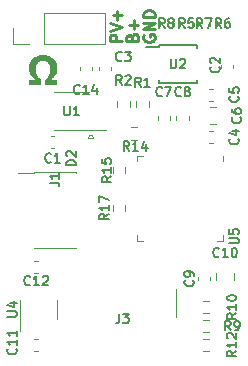
<source format=gbr>
%TF.GenerationSoftware,KiCad,Pcbnew,(5.99.0-8564-gb2cd1fddf9)*%
%TF.CreationDate,2021-01-25T15:54:05+03:00*%
%TF.ProjectId,Eloise_nA_meter_v2,456c6f69-7365-45f6-9e41-5f6d65746572,rev?*%
%TF.SameCoordinates,Original*%
%TF.FileFunction,Legend,Top*%
%TF.FilePolarity,Positive*%
%FSLAX46Y46*%
G04 Gerber Fmt 4.6, Leading zero omitted, Abs format (unit mm)*
G04 Created by KiCad (PCBNEW (5.99.0-8564-gb2cd1fddf9)) date 2021-01-25 15:54:05*
%MOMM*%
%LPD*%
G01*
G04 APERTURE LIST*
%ADD10C,0.250000*%
%ADD11C,0.150000*%
%ADD12C,0.120000*%
%ADD13C,0.050000*%
G04 APERTURE END LIST*
D10*
X148328571Y-87547619D02*
X148376190Y-87404761D01*
X148423809Y-87357142D01*
X148519047Y-87309523D01*
X148661904Y-87309523D01*
X148757142Y-87357142D01*
X148804761Y-87404761D01*
X148852380Y-87500000D01*
X148852380Y-87880952D01*
X147852380Y-87880952D01*
X147852380Y-87547619D01*
X147900000Y-87452380D01*
X147947619Y-87404761D01*
X148042857Y-87357142D01*
X148138095Y-87357142D01*
X148233333Y-87404761D01*
X148280952Y-87452380D01*
X148328571Y-87547619D01*
X148328571Y-87880952D01*
X148471428Y-86880952D02*
X148471428Y-86119047D01*
X148852380Y-86500000D02*
X148090476Y-86500000D01*
X147452380Y-87909523D02*
X146452380Y-87909523D01*
X146452380Y-87528571D01*
X146500000Y-87433333D01*
X146547619Y-87385714D01*
X146642857Y-87338095D01*
X146785714Y-87338095D01*
X146880952Y-87385714D01*
X146928571Y-87433333D01*
X146976190Y-87528571D01*
X146976190Y-87909523D01*
X146452380Y-87052380D02*
X147452380Y-86719047D01*
X146452380Y-86385714D01*
X147071428Y-86052380D02*
X147071428Y-85290476D01*
X147452380Y-85671428D02*
X146690476Y-85671428D01*
X149300000Y-87361904D02*
X149252380Y-87457142D01*
X149252380Y-87600000D01*
X149300000Y-87742857D01*
X149395238Y-87838095D01*
X149490476Y-87885714D01*
X149680952Y-87933333D01*
X149823809Y-87933333D01*
X150014285Y-87885714D01*
X150109523Y-87838095D01*
X150204761Y-87742857D01*
X150252380Y-87600000D01*
X150252380Y-87504761D01*
X150204761Y-87361904D01*
X150157142Y-87314285D01*
X149823809Y-87314285D01*
X149823809Y-87504761D01*
X150252380Y-86885714D02*
X149252380Y-86885714D01*
X150252380Y-86314285D01*
X149252380Y-86314285D01*
X150252380Y-85838095D02*
X149252380Y-85838095D01*
X149252380Y-85600000D01*
X149300000Y-85457142D01*
X149395238Y-85361904D01*
X149490476Y-85314285D01*
X149680952Y-85266666D01*
X149823809Y-85266666D01*
X150014285Y-85314285D01*
X150109523Y-85361904D01*
X150204761Y-85457142D01*
X150252380Y-85600000D01*
X150252380Y-85838095D01*
D11*
%TO.C,C12*%
X139685714Y-108485714D02*
X139647619Y-108523809D01*
X139533333Y-108561904D01*
X139457142Y-108561904D01*
X139342857Y-108523809D01*
X139266666Y-108447619D01*
X139228571Y-108371428D01*
X139190476Y-108219047D01*
X139190476Y-108104761D01*
X139228571Y-107952380D01*
X139266666Y-107876190D01*
X139342857Y-107800000D01*
X139457142Y-107761904D01*
X139533333Y-107761904D01*
X139647619Y-107800000D01*
X139685714Y-107838095D01*
X140447619Y-108561904D02*
X139990476Y-108561904D01*
X140219047Y-108561904D02*
X140219047Y-107761904D01*
X140142857Y-107876190D01*
X140066666Y-107952380D01*
X139990476Y-107990476D01*
X140752380Y-107838095D02*
X140790476Y-107800000D01*
X140866666Y-107761904D01*
X141057142Y-107761904D01*
X141133333Y-107800000D01*
X141171428Y-107838095D01*
X141209523Y-107914285D01*
X141209523Y-107990476D01*
X141171428Y-108104761D01*
X140714285Y-108561904D01*
X141209523Y-108561904D01*
%TO.C,C3*%
X147466666Y-89485714D02*
X147428571Y-89523809D01*
X147314285Y-89561904D01*
X147238095Y-89561904D01*
X147123809Y-89523809D01*
X147047619Y-89447619D01*
X147009523Y-89371428D01*
X146971428Y-89219047D01*
X146971428Y-89104761D01*
X147009523Y-88952380D01*
X147047619Y-88876190D01*
X147123809Y-88800000D01*
X147238095Y-88761904D01*
X147314285Y-88761904D01*
X147428571Y-88800000D01*
X147466666Y-88838095D01*
X147733333Y-88761904D02*
X148228571Y-88761904D01*
X147961904Y-89066666D01*
X148076190Y-89066666D01*
X148152380Y-89104761D01*
X148190476Y-89142857D01*
X148228571Y-89219047D01*
X148228571Y-89409523D01*
X148190476Y-89485714D01*
X148152380Y-89523809D01*
X148076190Y-89561904D01*
X147847619Y-89561904D01*
X147771428Y-89523809D01*
X147733333Y-89485714D01*
%TO.C,C11*%
X138485714Y-113914285D02*
X138523809Y-113952380D01*
X138561904Y-114066666D01*
X138561904Y-114142857D01*
X138523809Y-114257142D01*
X138447619Y-114333333D01*
X138371428Y-114371428D01*
X138219047Y-114409523D01*
X138104761Y-114409523D01*
X137952380Y-114371428D01*
X137876190Y-114333333D01*
X137800000Y-114257142D01*
X137761904Y-114142857D01*
X137761904Y-114066666D01*
X137800000Y-113952380D01*
X137838095Y-113914285D01*
X138561904Y-113152380D02*
X138561904Y-113609523D01*
X138561904Y-113380952D02*
X137761904Y-113380952D01*
X137876190Y-113457142D01*
X137952380Y-113533333D01*
X137990476Y-113609523D01*
X138561904Y-112390476D02*
X138561904Y-112847619D01*
X138561904Y-112619047D02*
X137761904Y-112619047D01*
X137876190Y-112695238D01*
X137952380Y-112771428D01*
X137990476Y-112847619D01*
%TO.C,C14*%
X143885714Y-92285714D02*
X143847619Y-92323809D01*
X143733333Y-92361904D01*
X143657142Y-92361904D01*
X143542857Y-92323809D01*
X143466666Y-92247619D01*
X143428571Y-92171428D01*
X143390476Y-92019047D01*
X143390476Y-91904761D01*
X143428571Y-91752380D01*
X143466666Y-91676190D01*
X143542857Y-91600000D01*
X143657142Y-91561904D01*
X143733333Y-91561904D01*
X143847619Y-91600000D01*
X143885714Y-91638095D01*
X144647619Y-92361904D02*
X144190476Y-92361904D01*
X144419047Y-92361904D02*
X144419047Y-91561904D01*
X144342857Y-91676190D01*
X144266666Y-91752380D01*
X144190476Y-91790476D01*
X145333333Y-91828571D02*
X145333333Y-92361904D01*
X145142857Y-91523809D02*
X144952380Y-92095238D01*
X145447619Y-92095238D01*
%TO.C,C4*%
X157285714Y-96133333D02*
X157323809Y-96171428D01*
X157361904Y-96285714D01*
X157361904Y-96361904D01*
X157323809Y-96476190D01*
X157247619Y-96552380D01*
X157171428Y-96590476D01*
X157019047Y-96628571D01*
X156904761Y-96628571D01*
X156752380Y-96590476D01*
X156676190Y-96552380D01*
X156600000Y-96476190D01*
X156561904Y-96361904D01*
X156561904Y-96285714D01*
X156600000Y-96171428D01*
X156638095Y-96133333D01*
X156828571Y-95447619D02*
X157361904Y-95447619D01*
X156523809Y-95638095D02*
X157095238Y-95828571D01*
X157095238Y-95333333D01*
%TO.C,C8*%
X152466666Y-92485714D02*
X152428571Y-92523809D01*
X152314285Y-92561904D01*
X152238095Y-92561904D01*
X152123809Y-92523809D01*
X152047619Y-92447619D01*
X152009523Y-92371428D01*
X151971428Y-92219047D01*
X151971428Y-92104761D01*
X152009523Y-91952380D01*
X152047619Y-91876190D01*
X152123809Y-91800000D01*
X152238095Y-91761904D01*
X152314285Y-91761904D01*
X152428571Y-91800000D01*
X152466666Y-91838095D01*
X152923809Y-92104761D02*
X152847619Y-92066666D01*
X152809523Y-92028571D01*
X152771428Y-91952380D01*
X152771428Y-91914285D01*
X152809523Y-91838095D01*
X152847619Y-91800000D01*
X152923809Y-91761904D01*
X153076190Y-91761904D01*
X153152380Y-91800000D01*
X153190476Y-91838095D01*
X153228571Y-91914285D01*
X153228571Y-91952380D01*
X153190476Y-92028571D01*
X153152380Y-92066666D01*
X153076190Y-92104761D01*
X152923809Y-92104761D01*
X152847619Y-92142857D01*
X152809523Y-92180952D01*
X152771428Y-92257142D01*
X152771428Y-92409523D01*
X152809523Y-92485714D01*
X152847619Y-92523809D01*
X152923809Y-92561904D01*
X153076190Y-92561904D01*
X153152380Y-92523809D01*
X153190476Y-92485714D01*
X153228571Y-92409523D01*
X153228571Y-92257142D01*
X153190476Y-92180952D01*
X153152380Y-92142857D01*
X153076190Y-92104761D01*
%TO.C,R15*%
X146561904Y-99314285D02*
X146180952Y-99580952D01*
X146561904Y-99771428D02*
X145761904Y-99771428D01*
X145761904Y-99466666D01*
X145800000Y-99390476D01*
X145838095Y-99352380D01*
X145914285Y-99314285D01*
X146028571Y-99314285D01*
X146104761Y-99352380D01*
X146142857Y-99390476D01*
X146180952Y-99466666D01*
X146180952Y-99771428D01*
X146561904Y-98552380D02*
X146561904Y-99009523D01*
X146561904Y-98780952D02*
X145761904Y-98780952D01*
X145876190Y-98857142D01*
X145952380Y-98933333D01*
X145990476Y-99009523D01*
X145761904Y-97828571D02*
X145761904Y-98209523D01*
X146142857Y-98247619D01*
X146104761Y-98209523D01*
X146066666Y-98133333D01*
X146066666Y-97942857D01*
X146104761Y-97866666D01*
X146142857Y-97828571D01*
X146219047Y-97790476D01*
X146409523Y-97790476D01*
X146485714Y-97828571D01*
X146523809Y-97866666D01*
X146561904Y-97942857D01*
X146561904Y-98133333D01*
X146523809Y-98209523D01*
X146485714Y-98247619D01*
%TO.C,C2*%
X155685714Y-90033333D02*
X155723809Y-90071428D01*
X155761904Y-90185714D01*
X155761904Y-90261904D01*
X155723809Y-90376190D01*
X155647619Y-90452380D01*
X155571428Y-90490476D01*
X155419047Y-90528571D01*
X155304761Y-90528571D01*
X155152380Y-90490476D01*
X155076190Y-90452380D01*
X155000000Y-90376190D01*
X154961904Y-90261904D01*
X154961904Y-90185714D01*
X155000000Y-90071428D01*
X155038095Y-90033333D01*
X155038095Y-89728571D02*
X155000000Y-89690476D01*
X154961904Y-89614285D01*
X154961904Y-89423809D01*
X155000000Y-89347619D01*
X155038095Y-89309523D01*
X155114285Y-89271428D01*
X155190476Y-89271428D01*
X155304761Y-89309523D01*
X155761904Y-89766666D01*
X155761904Y-89271428D01*
%TO.C,R5*%
X152777081Y-86761904D02*
X152510415Y-86380952D01*
X152319938Y-86761904D02*
X152319938Y-85961904D01*
X152624700Y-85961904D01*
X152700891Y-86000000D01*
X152738986Y-86038095D01*
X152777081Y-86114285D01*
X152777081Y-86228571D01*
X152738986Y-86304761D01*
X152700891Y-86342857D01*
X152624700Y-86380952D01*
X152319938Y-86380952D01*
X153500891Y-85961904D02*
X153119938Y-85961904D01*
X153081843Y-86342857D01*
X153119938Y-86304761D01*
X153196129Y-86266666D01*
X153386605Y-86266666D01*
X153462795Y-86304761D01*
X153500891Y-86342857D01*
X153538986Y-86419047D01*
X153538986Y-86609523D01*
X153500891Y-86685714D01*
X153462795Y-86723809D01*
X153386605Y-86761904D01*
X153196129Y-86761904D01*
X153119938Y-86723809D01*
X153081843Y-86685714D01*
%TO.C,R10*%
X157161904Y-110914285D02*
X156780952Y-111180952D01*
X157161904Y-111371428D02*
X156361904Y-111371428D01*
X156361904Y-111066666D01*
X156400000Y-110990476D01*
X156438095Y-110952380D01*
X156514285Y-110914285D01*
X156628571Y-110914285D01*
X156704761Y-110952380D01*
X156742857Y-110990476D01*
X156780952Y-111066666D01*
X156780952Y-111371428D01*
X157161904Y-110152380D02*
X157161904Y-110609523D01*
X157161904Y-110380952D02*
X156361904Y-110380952D01*
X156476190Y-110457142D01*
X156552380Y-110533333D01*
X156590476Y-110609523D01*
X156361904Y-109657142D02*
X156361904Y-109580952D01*
X156400000Y-109504761D01*
X156438095Y-109466666D01*
X156514285Y-109428571D01*
X156666666Y-109390476D01*
X156857142Y-109390476D01*
X157009523Y-109428571D01*
X157085714Y-109466666D01*
X157123809Y-109504761D01*
X157161904Y-109580952D01*
X157161904Y-109657142D01*
X157123809Y-109733333D01*
X157085714Y-109771428D01*
X157009523Y-109809523D01*
X156857142Y-109847619D01*
X156666666Y-109847619D01*
X156514285Y-109809523D01*
X156438095Y-109771428D01*
X156400000Y-109733333D01*
X156361904Y-109657142D01*
%TO.C,U4*%
X137761904Y-111209523D02*
X138409523Y-111209523D01*
X138485714Y-111171428D01*
X138523809Y-111133333D01*
X138561904Y-111057142D01*
X138561904Y-110904761D01*
X138523809Y-110828571D01*
X138485714Y-110790476D01*
X138409523Y-110752380D01*
X137761904Y-110752380D01*
X138028571Y-110028571D02*
X138561904Y-110028571D01*
X137723809Y-110219047D02*
X138295238Y-110409523D01*
X138295238Y-109914285D01*
%TO.C,R9*%
X156666666Y-112361904D02*
X156400000Y-111980952D01*
X156209523Y-112361904D02*
X156209523Y-111561904D01*
X156514285Y-111561904D01*
X156590476Y-111600000D01*
X156628571Y-111638095D01*
X156666666Y-111714285D01*
X156666666Y-111828571D01*
X156628571Y-111904761D01*
X156590476Y-111942857D01*
X156514285Y-111980952D01*
X156209523Y-111980952D01*
X157047619Y-112361904D02*
X157200000Y-112361904D01*
X157276190Y-112323809D01*
X157314285Y-112285714D01*
X157390476Y-112171428D01*
X157428571Y-112019047D01*
X157428571Y-111714285D01*
X157390476Y-111638095D01*
X157352380Y-111600000D01*
X157276190Y-111561904D01*
X157123809Y-111561904D01*
X157047619Y-111600000D01*
X157009523Y-111638095D01*
X156971428Y-111714285D01*
X156971428Y-111904761D01*
X157009523Y-111980952D01*
X157047619Y-112019047D01*
X157123809Y-112057142D01*
X157276190Y-112057142D01*
X157352380Y-112019047D01*
X157390476Y-111980952D01*
X157428571Y-111904761D01*
%TO.C,R12*%
X157161904Y-114114285D02*
X156780952Y-114380952D01*
X157161904Y-114571428D02*
X156361904Y-114571428D01*
X156361904Y-114266666D01*
X156400000Y-114190476D01*
X156438095Y-114152380D01*
X156514285Y-114114285D01*
X156628571Y-114114285D01*
X156704761Y-114152380D01*
X156742857Y-114190476D01*
X156780952Y-114266666D01*
X156780952Y-114571428D01*
X157161904Y-113352380D02*
X157161904Y-113809523D01*
X157161904Y-113580952D02*
X156361904Y-113580952D01*
X156476190Y-113657142D01*
X156552380Y-113733333D01*
X156590476Y-113809523D01*
X156438095Y-113047619D02*
X156400000Y-113009523D01*
X156361904Y-112933333D01*
X156361904Y-112742857D01*
X156400000Y-112666666D01*
X156438095Y-112628571D01*
X156514285Y-112590476D01*
X156590476Y-112590476D01*
X156704761Y-112628571D01*
X157161904Y-113085714D01*
X157161904Y-112590476D01*
%TO.C,J3*%
X147233333Y-110961904D02*
X147233333Y-111533333D01*
X147195238Y-111647619D01*
X147119047Y-111723809D01*
X147004761Y-111761904D01*
X146928571Y-111761904D01*
X147538095Y-110961904D02*
X148033333Y-110961904D01*
X147766666Y-111266666D01*
X147880952Y-111266666D01*
X147957142Y-111304761D01*
X147995238Y-111342857D01*
X148033333Y-111419047D01*
X148033333Y-111609523D01*
X147995238Y-111685714D01*
X147957142Y-111723809D01*
X147880952Y-111761904D01*
X147652380Y-111761904D01*
X147576190Y-111723809D01*
X147538095Y-111685714D01*
%TO.C,R2*%
X147466666Y-91561904D02*
X147200000Y-91180952D01*
X147009523Y-91561904D02*
X147009523Y-90761904D01*
X147314285Y-90761904D01*
X147390476Y-90800000D01*
X147428571Y-90838095D01*
X147466666Y-90914285D01*
X147466666Y-91028571D01*
X147428571Y-91104761D01*
X147390476Y-91142857D01*
X147314285Y-91180952D01*
X147009523Y-91180952D01*
X147771428Y-90838095D02*
X147809523Y-90800000D01*
X147885714Y-90761904D01*
X148076190Y-90761904D01*
X148152380Y-90800000D01*
X148190476Y-90838095D01*
X148228571Y-90914285D01*
X148228571Y-90990476D01*
X148190476Y-91104761D01*
X147733333Y-91561904D01*
X148228571Y-91561904D01*
%TO.C,R7*%
X154277081Y-86761904D02*
X154010415Y-86380952D01*
X153819938Y-86761904D02*
X153819938Y-85961904D01*
X154124700Y-85961904D01*
X154200891Y-86000000D01*
X154238986Y-86038095D01*
X154277081Y-86114285D01*
X154277081Y-86228571D01*
X154238986Y-86304761D01*
X154200891Y-86342857D01*
X154124700Y-86380952D01*
X153819938Y-86380952D01*
X154543748Y-85961904D02*
X155077081Y-85961904D01*
X154734224Y-86761904D01*
%TO.C,U1*%
X142590476Y-93361904D02*
X142590476Y-94009523D01*
X142628571Y-94085714D01*
X142666666Y-94123809D01*
X142742857Y-94161904D01*
X142895238Y-94161904D01*
X142971428Y-94123809D01*
X143009523Y-94085714D01*
X143047619Y-94009523D01*
X143047619Y-93361904D01*
X143847619Y-94161904D02*
X143390476Y-94161904D01*
X143619047Y-94161904D02*
X143619047Y-93361904D01*
X143542857Y-93476190D01*
X143466666Y-93552380D01*
X143390476Y-93590476D01*
%TO.C,R8*%
X151077081Y-86761904D02*
X150810415Y-86380952D01*
X150619938Y-86761904D02*
X150619938Y-85961904D01*
X150924700Y-85961904D01*
X151000891Y-86000000D01*
X151038986Y-86038095D01*
X151077081Y-86114285D01*
X151077081Y-86228571D01*
X151038986Y-86304761D01*
X151000891Y-86342857D01*
X150924700Y-86380952D01*
X150619938Y-86380952D01*
X151534224Y-86304761D02*
X151458034Y-86266666D01*
X151419938Y-86228571D01*
X151381843Y-86152380D01*
X151381843Y-86114285D01*
X151419938Y-86038095D01*
X151458034Y-86000000D01*
X151534224Y-85961904D01*
X151686605Y-85961904D01*
X151762795Y-86000000D01*
X151800891Y-86038095D01*
X151838986Y-86114285D01*
X151838986Y-86152380D01*
X151800891Y-86228571D01*
X151762795Y-86266666D01*
X151686605Y-86304761D01*
X151534224Y-86304761D01*
X151458034Y-86342857D01*
X151419938Y-86380952D01*
X151381843Y-86457142D01*
X151381843Y-86609523D01*
X151419938Y-86685714D01*
X151458034Y-86723809D01*
X151534224Y-86761904D01*
X151686605Y-86761904D01*
X151762795Y-86723809D01*
X151800891Y-86685714D01*
X151838986Y-86609523D01*
X151838986Y-86457142D01*
X151800891Y-86380952D01*
X151762795Y-86342857D01*
X151686605Y-86304761D01*
%TO.C,U5*%
X156561904Y-105009523D02*
X157209523Y-105009523D01*
X157285714Y-104971428D01*
X157323809Y-104933333D01*
X157361904Y-104857142D01*
X157361904Y-104704761D01*
X157323809Y-104628571D01*
X157285714Y-104590476D01*
X157209523Y-104552380D01*
X156561904Y-104552380D01*
X156561904Y-103790476D02*
X156561904Y-104171428D01*
X156942857Y-104209523D01*
X156904761Y-104171428D01*
X156866666Y-104095238D01*
X156866666Y-103904761D01*
X156904761Y-103828571D01*
X156942857Y-103790476D01*
X157019047Y-103752380D01*
X157209523Y-103752380D01*
X157285714Y-103790476D01*
X157323809Y-103828571D01*
X157361904Y-103904761D01*
X157361904Y-104095238D01*
X157323809Y-104171428D01*
X157285714Y-104209523D01*
%TO.C,C6*%
X157485714Y-94333333D02*
X157523809Y-94371428D01*
X157561904Y-94485714D01*
X157561904Y-94561904D01*
X157523809Y-94676190D01*
X157447619Y-94752380D01*
X157371428Y-94790476D01*
X157219047Y-94828571D01*
X157104761Y-94828571D01*
X156952380Y-94790476D01*
X156876190Y-94752380D01*
X156800000Y-94676190D01*
X156761904Y-94561904D01*
X156761904Y-94485714D01*
X156800000Y-94371428D01*
X156838095Y-94333333D01*
X156761904Y-93647619D02*
X156761904Y-93800000D01*
X156800000Y-93876190D01*
X156838095Y-93914285D01*
X156952380Y-93990476D01*
X157104761Y-94028571D01*
X157409523Y-94028571D01*
X157485714Y-93990476D01*
X157523809Y-93952380D01*
X157561904Y-93876190D01*
X157561904Y-93723809D01*
X157523809Y-93647619D01*
X157485714Y-93609523D01*
X157409523Y-93571428D01*
X157219047Y-93571428D01*
X157142857Y-93609523D01*
X157104761Y-93647619D01*
X157066666Y-93723809D01*
X157066666Y-93876190D01*
X157104761Y-93952380D01*
X157142857Y-93990476D01*
X157219047Y-94028571D01*
%TO.C,R1*%
X149066666Y-91761904D02*
X148800000Y-91380952D01*
X148609523Y-91761904D02*
X148609523Y-90961904D01*
X148914285Y-90961904D01*
X148990476Y-91000000D01*
X149028571Y-91038095D01*
X149066666Y-91114285D01*
X149066666Y-91228571D01*
X149028571Y-91304761D01*
X148990476Y-91342857D01*
X148914285Y-91380952D01*
X148609523Y-91380952D01*
X149828571Y-91761904D02*
X149371428Y-91761904D01*
X149600000Y-91761904D02*
X149600000Y-90961904D01*
X149523809Y-91076190D01*
X149447619Y-91152380D01*
X149371428Y-91190476D01*
%TO.C,R6*%
X155877081Y-86761904D02*
X155610415Y-86380952D01*
X155419938Y-86761904D02*
X155419938Y-85961904D01*
X155724700Y-85961904D01*
X155800891Y-86000000D01*
X155838986Y-86038095D01*
X155877081Y-86114285D01*
X155877081Y-86228571D01*
X155838986Y-86304761D01*
X155800891Y-86342857D01*
X155724700Y-86380952D01*
X155419938Y-86380952D01*
X156562795Y-85961904D02*
X156410415Y-85961904D01*
X156334224Y-86000000D01*
X156296129Y-86038095D01*
X156219938Y-86152380D01*
X156181843Y-86304761D01*
X156181843Y-86609523D01*
X156219938Y-86685714D01*
X156258034Y-86723809D01*
X156334224Y-86761904D01*
X156486605Y-86761904D01*
X156562795Y-86723809D01*
X156600891Y-86685714D01*
X156638986Y-86609523D01*
X156638986Y-86419047D01*
X156600891Y-86342857D01*
X156562795Y-86304761D01*
X156486605Y-86266666D01*
X156334224Y-86266666D01*
X156258034Y-86304761D01*
X156219938Y-86342857D01*
X156181843Y-86419047D01*
%TO.C,U2*%
X151590476Y-89361904D02*
X151590476Y-90009523D01*
X151628571Y-90085714D01*
X151666666Y-90123809D01*
X151742857Y-90161904D01*
X151895238Y-90161904D01*
X151971428Y-90123809D01*
X152009523Y-90085714D01*
X152047619Y-90009523D01*
X152047619Y-89361904D01*
X152390476Y-89438095D02*
X152428571Y-89400000D01*
X152504761Y-89361904D01*
X152695238Y-89361904D01*
X152771428Y-89400000D01*
X152809523Y-89438095D01*
X152847619Y-89514285D01*
X152847619Y-89590476D01*
X152809523Y-89704761D01*
X152352380Y-90161904D01*
X152847619Y-90161904D01*
%TO.C,C9*%
X153485714Y-108133333D02*
X153523809Y-108171428D01*
X153561904Y-108285714D01*
X153561904Y-108361904D01*
X153523809Y-108476190D01*
X153447619Y-108552380D01*
X153371428Y-108590476D01*
X153219047Y-108628571D01*
X153104761Y-108628571D01*
X152952380Y-108590476D01*
X152876190Y-108552380D01*
X152800000Y-108476190D01*
X152761904Y-108361904D01*
X152761904Y-108285714D01*
X152800000Y-108171428D01*
X152838095Y-108133333D01*
X153561904Y-107752380D02*
X153561904Y-107600000D01*
X153523809Y-107523809D01*
X153485714Y-107485714D01*
X153371428Y-107409523D01*
X153219047Y-107371428D01*
X152914285Y-107371428D01*
X152838095Y-107409523D01*
X152800000Y-107447619D01*
X152761904Y-107523809D01*
X152761904Y-107676190D01*
X152800000Y-107752380D01*
X152838095Y-107790476D01*
X152914285Y-107828571D01*
X153104761Y-107828571D01*
X153180952Y-107790476D01*
X153219047Y-107752380D01*
X153257142Y-107676190D01*
X153257142Y-107523809D01*
X153219047Y-107447619D01*
X153180952Y-107409523D01*
X153104761Y-107371428D01*
%TO.C,C7*%
X150866666Y-92485714D02*
X150828571Y-92523809D01*
X150714285Y-92561904D01*
X150638095Y-92561904D01*
X150523809Y-92523809D01*
X150447619Y-92447619D01*
X150409523Y-92371428D01*
X150371428Y-92219047D01*
X150371428Y-92104761D01*
X150409523Y-91952380D01*
X150447619Y-91876190D01*
X150523809Y-91800000D01*
X150638095Y-91761904D01*
X150714285Y-91761904D01*
X150828571Y-91800000D01*
X150866666Y-91838095D01*
X151133333Y-91761904D02*
X151666666Y-91761904D01*
X151323809Y-92561904D01*
%TO.C,R14*%
X148085714Y-97161904D02*
X147819047Y-96780952D01*
X147628571Y-97161904D02*
X147628571Y-96361904D01*
X147933333Y-96361904D01*
X148009523Y-96400000D01*
X148047619Y-96438095D01*
X148085714Y-96514285D01*
X148085714Y-96628571D01*
X148047619Y-96704761D01*
X148009523Y-96742857D01*
X147933333Y-96780952D01*
X147628571Y-96780952D01*
X148847619Y-97161904D02*
X148390476Y-97161904D01*
X148619047Y-97161904D02*
X148619047Y-96361904D01*
X148542857Y-96476190D01*
X148466666Y-96552380D01*
X148390476Y-96590476D01*
X149533333Y-96628571D02*
X149533333Y-97161904D01*
X149342857Y-96323809D02*
X149152380Y-96895238D01*
X149647619Y-96895238D01*
%TO.C,R17*%
X146361904Y-102514285D02*
X145980952Y-102780952D01*
X146361904Y-102971428D02*
X145561904Y-102971428D01*
X145561904Y-102666666D01*
X145600000Y-102590476D01*
X145638095Y-102552380D01*
X145714285Y-102514285D01*
X145828571Y-102514285D01*
X145904761Y-102552380D01*
X145942857Y-102590476D01*
X145980952Y-102666666D01*
X145980952Y-102971428D01*
X146361904Y-101752380D02*
X146361904Y-102209523D01*
X146361904Y-101980952D02*
X145561904Y-101980952D01*
X145676190Y-102057142D01*
X145752380Y-102133333D01*
X145790476Y-102209523D01*
X145561904Y-101485714D02*
X145561904Y-100952380D01*
X146361904Y-101295238D01*
%TO.C,J1*%
X141361904Y-99866666D02*
X141933333Y-99866666D01*
X142047619Y-99904761D01*
X142123809Y-99980952D01*
X142161904Y-100095238D01*
X142161904Y-100171428D01*
X142161904Y-99066666D02*
X142161904Y-99523809D01*
X142161904Y-99295238D02*
X141361904Y-99295238D01*
X141476190Y-99371428D01*
X141552380Y-99447619D01*
X141590476Y-99523809D01*
%TO.C,C1*%
X141466666Y-98085714D02*
X141428571Y-98123809D01*
X141314285Y-98161904D01*
X141238095Y-98161904D01*
X141123809Y-98123809D01*
X141047619Y-98047619D01*
X141009523Y-97971428D01*
X140971428Y-97819047D01*
X140971428Y-97704761D01*
X141009523Y-97552380D01*
X141047619Y-97476190D01*
X141123809Y-97400000D01*
X141238095Y-97361904D01*
X141314285Y-97361904D01*
X141428571Y-97400000D01*
X141466666Y-97438095D01*
X142228571Y-98161904D02*
X141771428Y-98161904D01*
X142000000Y-98161904D02*
X142000000Y-97361904D01*
X141923809Y-97476190D01*
X141847619Y-97552380D01*
X141771428Y-97590476D01*
%TO.C,C5*%
X157285714Y-92533333D02*
X157323809Y-92571428D01*
X157361904Y-92685714D01*
X157361904Y-92761904D01*
X157323809Y-92876190D01*
X157247619Y-92952380D01*
X157171428Y-92990476D01*
X157019047Y-93028571D01*
X156904761Y-93028571D01*
X156752380Y-92990476D01*
X156676190Y-92952380D01*
X156600000Y-92876190D01*
X156561904Y-92761904D01*
X156561904Y-92685714D01*
X156600000Y-92571428D01*
X156638095Y-92533333D01*
X156561904Y-91809523D02*
X156561904Y-92190476D01*
X156942857Y-92228571D01*
X156904761Y-92190476D01*
X156866666Y-92114285D01*
X156866666Y-91923809D01*
X156904761Y-91847619D01*
X156942857Y-91809523D01*
X157019047Y-91771428D01*
X157209523Y-91771428D01*
X157285714Y-91809523D01*
X157323809Y-91847619D01*
X157361904Y-91923809D01*
X157361904Y-92114285D01*
X157323809Y-92190476D01*
X157285714Y-92228571D01*
%TO.C,D2*%
X143561904Y-98390476D02*
X142761904Y-98390476D01*
X142761904Y-98200000D01*
X142800000Y-98085714D01*
X142876190Y-98009523D01*
X142952380Y-97971428D01*
X143104761Y-97933333D01*
X143219047Y-97933333D01*
X143371428Y-97971428D01*
X143447619Y-98009523D01*
X143523809Y-98085714D01*
X143561904Y-98200000D01*
X143561904Y-98390476D01*
X142838095Y-97628571D02*
X142800000Y-97590476D01*
X142761904Y-97514285D01*
X142761904Y-97323809D01*
X142800000Y-97247619D01*
X142838095Y-97209523D01*
X142914285Y-97171428D01*
X142990476Y-97171428D01*
X143104761Y-97209523D01*
X143561904Y-97666666D01*
X143561904Y-97171428D01*
%TO.C,C10*%
X155685714Y-106085714D02*
X155647619Y-106123809D01*
X155533333Y-106161904D01*
X155457142Y-106161904D01*
X155342857Y-106123809D01*
X155266666Y-106047619D01*
X155228571Y-105971428D01*
X155190476Y-105819047D01*
X155190476Y-105704761D01*
X155228571Y-105552380D01*
X155266666Y-105476190D01*
X155342857Y-105400000D01*
X155457142Y-105361904D01*
X155533333Y-105361904D01*
X155647619Y-105400000D01*
X155685714Y-105438095D01*
X156447619Y-106161904D02*
X155990476Y-106161904D01*
X156219047Y-106161904D02*
X156219047Y-105361904D01*
X156142857Y-105476190D01*
X156066666Y-105552380D01*
X155990476Y-105590476D01*
X156942857Y-105361904D02*
X157019047Y-105361904D01*
X157095238Y-105400000D01*
X157133333Y-105438095D01*
X157171428Y-105514285D01*
X157209523Y-105666666D01*
X157209523Y-105857142D01*
X157171428Y-106009523D01*
X157133333Y-106085714D01*
X157095238Y-106123809D01*
X157019047Y-106161904D01*
X156942857Y-106161904D01*
X156866666Y-106123809D01*
X156828571Y-106085714D01*
X156790476Y-106009523D01*
X156752380Y-105857142D01*
X156752380Y-105666666D01*
X156790476Y-105514285D01*
X156828571Y-105438095D01*
X156866666Y-105400000D01*
X156942857Y-105361904D01*
D12*
%TO.C,C12*%
X140059420Y-107510000D02*
X140340580Y-107510000D01*
X140059420Y-106490000D02*
X140340580Y-106490000D01*
%TO.C,C3*%
X146510000Y-90059420D02*
X146510000Y-90340580D01*
X145490000Y-90059420D02*
X145490000Y-90340580D01*
%TO.C,J2*%
X139600000Y-88130000D02*
X138270000Y-88130000D01*
X138270000Y-88130000D02*
X138270000Y-86800000D01*
X140870000Y-85470000D02*
X146010000Y-85470000D01*
X140870000Y-88130000D02*
X140870000Y-85470000D01*
X140870000Y-88130000D02*
X146010000Y-88130000D01*
X146010000Y-88130000D02*
X146010000Y-85470000D01*
%TO.C,C11*%
X140059420Y-114110000D02*
X140340580Y-114110000D01*
X140059420Y-113090000D02*
X140340580Y-113090000D01*
%TO.C,C14*%
X143890000Y-90340580D02*
X143890000Y-90059420D01*
X144910000Y-90340580D02*
X144910000Y-90059420D01*
%TO.C,C4*%
X154859420Y-96510000D02*
X155140580Y-96510000D01*
X154859420Y-95490000D02*
X155140580Y-95490000D01*
%TO.C,C8*%
X153110000Y-94540580D02*
X153110000Y-94259420D01*
X152090000Y-94540580D02*
X152090000Y-94259420D01*
%TO.C,R15*%
X146677500Y-98562742D02*
X146677500Y-99037258D01*
X147722500Y-98562742D02*
X147722500Y-99037258D01*
%TO.C,C2*%
X155890000Y-89859420D02*
X155890000Y-90140580D01*
X156910000Y-89859420D02*
X156910000Y-90140580D01*
%TO.C,R5*%
X153432915Y-86637258D02*
X153432915Y-86162742D01*
X152387915Y-86637258D02*
X152387915Y-86162742D01*
%TO.C,R10*%
X154362742Y-110922500D02*
X154837258Y-110922500D01*
X154362742Y-109877500D02*
X154837258Y-109877500D01*
%TO.C,U4*%
X141960000Y-110600000D02*
X141960000Y-109800000D01*
X138840000Y-110600000D02*
X138840000Y-109800000D01*
X138840000Y-110600000D02*
X138840000Y-112400000D01*
X141960000Y-110600000D02*
X141960000Y-111400000D01*
%TO.C,R9*%
X154362742Y-112522500D02*
X154837258Y-112522500D01*
X154362742Y-111477500D02*
X154837258Y-111477500D01*
%TO.C,R12*%
X154362742Y-114122500D02*
X154837258Y-114122500D01*
X154362742Y-113077500D02*
X154837258Y-113077500D01*
D13*
%TO.C,J3*%
X152075000Y-111250000D02*
X152073580Y-108825000D01*
D12*
%TO.C,R2*%
X148122500Y-92962742D02*
X148122500Y-93437258D01*
X147077500Y-92962742D02*
X147077500Y-93437258D01*
%TO.C,R7*%
X154932915Y-86637258D02*
X154932915Y-86162742D01*
X153887915Y-86637258D02*
X153887915Y-86162742D01*
%TO.C,U1*%
X143200000Y-92190000D02*
X141700000Y-92190000D01*
X143200000Y-95410000D02*
X146125000Y-95410000D01*
X143200000Y-95410000D02*
X141700000Y-95410000D01*
X143200000Y-92190000D02*
X144700000Y-92190000D01*
%TO.C,R8*%
X150687915Y-86162742D02*
X150687915Y-86637258D01*
X151732915Y-86162742D02*
X151732915Y-86637258D01*
%TO.C,U5*%
X156010000Y-104810000D02*
X155535000Y-104810000D01*
X148790000Y-104810000D02*
X149265000Y-104810000D01*
X156010000Y-98065000D02*
X156010000Y-97590000D01*
X148790000Y-97590000D02*
X149265000Y-97590000D01*
X148790000Y-104335000D02*
X148790000Y-104810000D01*
X148790000Y-98065000D02*
X148790000Y-97590000D01*
X156010000Y-104335000D02*
X156010000Y-104810000D01*
%TO.C,C6*%
X154938748Y-94935000D02*
X155461252Y-94935000D01*
X154938748Y-93465000D02*
X155461252Y-93465000D01*
%TO.C,R1*%
X149722500Y-93437258D02*
X149722500Y-92962742D01*
X148677500Y-93437258D02*
X148677500Y-92962742D01*
%TO.C,R6*%
X156532915Y-86637258D02*
X156532915Y-86162742D01*
X155487915Y-86637258D02*
X155487915Y-86162742D01*
%TO.C,G\u002A\u002A\u002A*%
G36*
X140937496Y-89066751D02*
G01*
X141064820Y-89080154D01*
X141183325Y-89102728D01*
X141294366Y-89134837D01*
X141399297Y-89176847D01*
X141499470Y-89229123D01*
X141560475Y-89267311D01*
X141659326Y-89341284D01*
X141746567Y-89423438D01*
X141822009Y-89513375D01*
X141885462Y-89610694D01*
X141936738Y-89714996D01*
X141975648Y-89825881D01*
X142002002Y-89942950D01*
X142015612Y-90065802D01*
X142016288Y-90194040D01*
X142014418Y-90226832D01*
X141999753Y-90354102D01*
X141973768Y-90473065D01*
X141936161Y-90584233D01*
X141886631Y-90688118D01*
X141824876Y-90785231D01*
X141750597Y-90876084D01*
X141663492Y-90961189D01*
X141563260Y-91041058D01*
X141516340Y-91073725D01*
X141429109Y-91132143D01*
X141721697Y-91134007D01*
X142014285Y-91135872D01*
X142014285Y-91592857D01*
X140971428Y-91592857D01*
X140971428Y-91142340D01*
X141039261Y-91077491D01*
X141132953Y-90979286D01*
X141214063Y-90876064D01*
X141282361Y-90768385D01*
X141337616Y-90656805D01*
X141379598Y-90541883D01*
X141408077Y-90424176D01*
X141422824Y-90304244D01*
X141423607Y-90182642D01*
X141421506Y-90150953D01*
X141408401Y-90052056D01*
X141385609Y-89962708D01*
X141352513Y-89881421D01*
X141308497Y-89806706D01*
X141252944Y-89737077D01*
X141247620Y-89731290D01*
X141181148Y-89670168D01*
X141106070Y-89619954D01*
X141023974Y-89581548D01*
X140939285Y-89556460D01*
X140897338Y-89550312D01*
X140846067Y-89547342D01*
X140790055Y-89547443D01*
X140733881Y-89550508D01*
X140682126Y-89556431D01*
X140646428Y-89563288D01*
X140559725Y-89591515D01*
X140479403Y-89632017D01*
X140406578Y-89683790D01*
X140342367Y-89745829D01*
X140287883Y-89817130D01*
X140244242Y-89896688D01*
X140225822Y-89942049D01*
X140211335Y-89984624D01*
X140200350Y-90023365D01*
X140192418Y-90061435D01*
X140187092Y-90101998D01*
X140183923Y-90148216D01*
X140182463Y-90203253D01*
X140182219Y-90250000D01*
X140182896Y-90317036D01*
X140185167Y-90373232D01*
X140189508Y-90421991D01*
X140196394Y-90466715D01*
X140206302Y-90510805D01*
X140219706Y-90557664D01*
X140229497Y-90588137D01*
X140260129Y-90669489D01*
X140297214Y-90746560D01*
X140342126Y-90821473D01*
X140396239Y-90896351D01*
X140460930Y-90973318D01*
X140519642Y-91036196D01*
X140621428Y-91141118D01*
X140621428Y-91592857D01*
X139578571Y-91592857D01*
X139578571Y-91135874D01*
X139869642Y-91134008D01*
X140160714Y-91132143D01*
X140116393Y-91105035D01*
X140089011Y-91087304D01*
X140056668Y-91064916D01*
X140025537Y-91042168D01*
X140019964Y-91037927D01*
X139920914Y-90954022D01*
X139834841Y-90864255D01*
X139761583Y-90768367D01*
X139700977Y-90666099D01*
X139652860Y-90557192D01*
X139617067Y-90441385D01*
X139602640Y-90375000D01*
X139596691Y-90332631D01*
X139592359Y-90280037D01*
X139589646Y-90220554D01*
X139588553Y-90157519D01*
X139589081Y-90094270D01*
X139591232Y-90034143D01*
X139595007Y-89980475D01*
X139600408Y-89936603D01*
X139602463Y-89925259D01*
X139633439Y-89805344D01*
X139676598Y-89692759D01*
X139731650Y-89587872D01*
X139798303Y-89491053D01*
X139876265Y-89402670D01*
X139965245Y-89323093D01*
X140064950Y-89252690D01*
X140175091Y-89191832D01*
X140185914Y-89186641D01*
X140284889Y-89144472D01*
X140385105Y-89111558D01*
X140488976Y-89087412D01*
X140598915Y-89071542D01*
X140717337Y-89063461D01*
X140800000Y-89062153D01*
X140937496Y-89066751D01*
G37*
D11*
%TO.C,U2*%
X150575000Y-91425000D02*
X153825000Y-91425000D01*
X150575000Y-91425000D02*
X150575000Y-91150000D01*
X150575000Y-88175000D02*
X153825000Y-88175000D01*
X153825000Y-88175000D02*
X153825000Y-88450000D01*
X150575000Y-88175000D02*
X150575000Y-88350000D01*
X150575000Y-88350000D02*
X149500000Y-88350000D01*
X153825000Y-91425000D02*
X153825000Y-91150000D01*
D12*
%TO.C,C9*%
X153890000Y-107859420D02*
X153890000Y-108140580D01*
X154910000Y-107859420D02*
X154910000Y-108140580D01*
%TO.C,C7*%
X151510000Y-94540580D02*
X151510000Y-94259420D01*
X150490000Y-94540580D02*
X150490000Y-94259420D01*
%TO.C,R14*%
X148737258Y-95177500D02*
X148262742Y-95177500D01*
X148737258Y-96222500D02*
X148262742Y-96222500D01*
%TO.C,R17*%
X146677500Y-101762742D02*
X146677500Y-102237258D01*
X147722500Y-101762742D02*
X147722500Y-102237258D01*
%TO.C,J1*%
X140035000Y-105370000D02*
X140035000Y-105435000D01*
X140035000Y-98965000D02*
X140035000Y-99030000D01*
X143565000Y-105370000D02*
X143565000Y-105435000D01*
X140035000Y-98965000D02*
X143565000Y-98965000D01*
X140035000Y-105435000D02*
X143565000Y-105435000D01*
X138710000Y-99030000D02*
X140035000Y-99030000D01*
X143565000Y-98965000D02*
X143565000Y-99030000D01*
%TO.C,C1*%
X141459420Y-96910000D02*
X141740580Y-96910000D01*
X141459420Y-95890000D02*
X141740580Y-95890000D01*
%TO.C,C5*%
X154859420Y-92910000D02*
X155140580Y-92910000D01*
X154859420Y-91890000D02*
X155140580Y-91890000D01*
%TO.C,D2*%
X144700000Y-95859026D02*
X144600000Y-96059026D01*
X144600000Y-96059026D02*
X145000000Y-96059026D01*
X145000000Y-96059026D02*
X144900000Y-95859026D01*
X144900000Y-95859026D02*
X144700000Y-95859026D01*
%TO.C,C10*%
X155465000Y-107538748D02*
X155465000Y-108061252D01*
X156935000Y-107538748D02*
X156935000Y-108061252D01*
%TD*%
M02*

</source>
